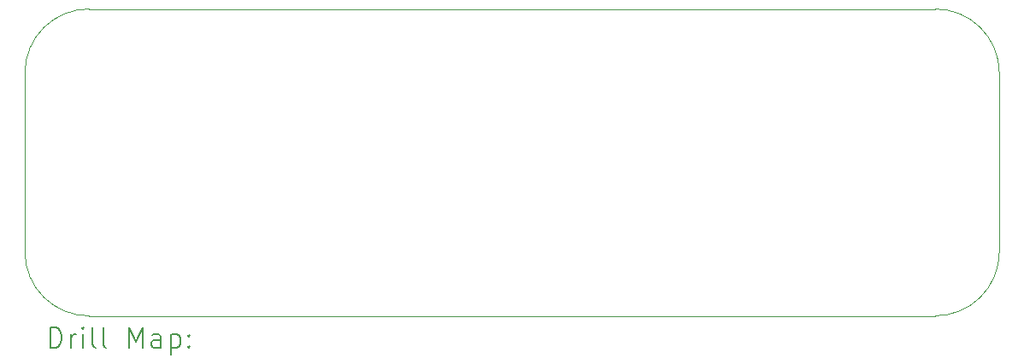
<source format=gbr>
%TF.GenerationSoftware,KiCad,Pcbnew,(6.0.9)*%
%TF.CreationDate,2025-06-07T15:03:21-04:00*%
%TF.ProjectId,DebugBoard,44656275-6742-46f6-9172-642e6b696361,1*%
%TF.SameCoordinates,Original*%
%TF.FileFunction,Drillmap*%
%TF.FilePolarity,Positive*%
%FSLAX45Y45*%
G04 Gerber Fmt 4.5, Leading zero omitted, Abs format (unit mm)*
G04 Created by KiCad (PCBNEW (6.0.9)) date 2025-06-07 15:03:21*
%MOMM*%
%LPD*%
G01*
G04 APERTURE LIST*
%ADD10C,0.100000*%
%ADD11C,0.200000*%
G04 APERTURE END LIST*
D10*
X19050000Y-10541000D02*
X10668000Y-10541000D01*
X10668000Y-7493000D02*
G75*
G03*
X10033000Y-8128000I0J-635000D01*
G01*
X10033000Y-9906000D02*
G75*
G03*
X10668000Y-10541000I635000J0D01*
G01*
X10668000Y-7493000D02*
X19050000Y-7493000D01*
X19050000Y-10541000D02*
G75*
G03*
X19685000Y-9906000I0J635000D01*
G01*
X19685000Y-8128000D02*
G75*
G03*
X19050000Y-7493000I-635000J0D01*
G01*
X10033000Y-9906000D02*
X10033000Y-8128000D01*
X19685000Y-8128000D02*
X19685000Y-9906000D01*
D11*
X10285619Y-10856476D02*
X10285619Y-10656476D01*
X10333238Y-10656476D01*
X10361810Y-10666000D01*
X10380857Y-10685048D01*
X10390381Y-10704095D01*
X10399905Y-10742190D01*
X10399905Y-10770762D01*
X10390381Y-10808857D01*
X10380857Y-10827905D01*
X10361810Y-10846952D01*
X10333238Y-10856476D01*
X10285619Y-10856476D01*
X10485619Y-10856476D02*
X10485619Y-10723143D01*
X10485619Y-10761238D02*
X10495143Y-10742190D01*
X10504667Y-10732667D01*
X10523714Y-10723143D01*
X10542762Y-10723143D01*
X10609429Y-10856476D02*
X10609429Y-10723143D01*
X10609429Y-10656476D02*
X10599905Y-10666000D01*
X10609429Y-10675524D01*
X10618952Y-10666000D01*
X10609429Y-10656476D01*
X10609429Y-10675524D01*
X10733238Y-10856476D02*
X10714190Y-10846952D01*
X10704667Y-10827905D01*
X10704667Y-10656476D01*
X10838000Y-10856476D02*
X10818952Y-10846952D01*
X10809429Y-10827905D01*
X10809429Y-10656476D01*
X11066571Y-10856476D02*
X11066571Y-10656476D01*
X11133238Y-10799333D01*
X11199905Y-10656476D01*
X11199905Y-10856476D01*
X11380857Y-10856476D02*
X11380857Y-10751714D01*
X11371333Y-10732667D01*
X11352286Y-10723143D01*
X11314190Y-10723143D01*
X11295143Y-10732667D01*
X11380857Y-10846952D02*
X11361809Y-10856476D01*
X11314190Y-10856476D01*
X11295143Y-10846952D01*
X11285619Y-10827905D01*
X11285619Y-10808857D01*
X11295143Y-10789810D01*
X11314190Y-10780286D01*
X11361809Y-10780286D01*
X11380857Y-10770762D01*
X11476095Y-10723143D02*
X11476095Y-10923143D01*
X11476095Y-10732667D02*
X11495143Y-10723143D01*
X11533238Y-10723143D01*
X11552286Y-10732667D01*
X11561809Y-10742190D01*
X11571333Y-10761238D01*
X11571333Y-10818381D01*
X11561809Y-10837429D01*
X11552286Y-10846952D01*
X11533238Y-10856476D01*
X11495143Y-10856476D01*
X11476095Y-10846952D01*
X11657048Y-10837429D02*
X11666571Y-10846952D01*
X11657048Y-10856476D01*
X11647524Y-10846952D01*
X11657048Y-10837429D01*
X11657048Y-10856476D01*
X11657048Y-10732667D02*
X11666571Y-10742190D01*
X11657048Y-10751714D01*
X11647524Y-10742190D01*
X11657048Y-10732667D01*
X11657048Y-10751714D01*
M02*

</source>
